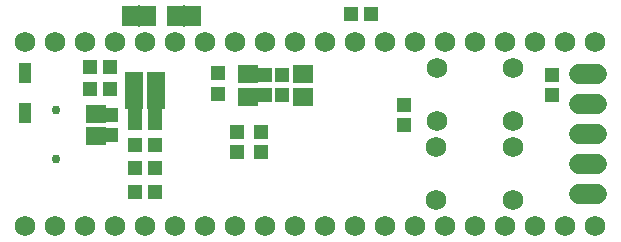
<source format=gbr>
G04 EAGLE Gerber RS-274X export*
G75*
%MOMM*%
%FSLAX34Y34*%
%LPD*%
%INSoldermask Bottom*%
%IPPOS*%
%AMOC8*
5,1,8,0,0,1.08239X$1,22.5*%
G01*
%ADD10R,1.203200X1.303200*%
%ADD11R,1.703200X1.503200*%
%ADD12R,1.303200X1.203200*%
%ADD13C,1.727200*%
%ADD14R,1.503200X1.703200*%
%ADD15C,1.727200*%
%ADD16C,0.753200*%
%ADD17R,1.371600X1.803400*%
%ADD18R,0.152400X1.828800*%
%ADD19R,1.003200X1.803200*%


D10*
X-23813Y164075D03*
X-23813Y147075D03*
D11*
X-6350Y165075D03*
X-6350Y146075D03*
D10*
X-38100Y164075D03*
X-38100Y147075D03*
D11*
X-52388Y165075D03*
X-52388Y146075D03*
D10*
X-169300Y171450D03*
X-186300Y171450D03*
D12*
X-77788Y148663D03*
X-77788Y165663D03*
D10*
X-169300Y152400D03*
X-186300Y152400D03*
D12*
X79375Y138675D03*
X79375Y121675D03*
D13*
X227330Y165100D02*
X242570Y165100D01*
X242570Y139700D02*
X227330Y139700D01*
X227330Y114300D02*
X242570Y114300D01*
X242570Y88900D02*
X227330Y88900D01*
X227330Y63500D02*
X242570Y63500D01*
D12*
X-131200Y104775D03*
X-148200Y104775D03*
D14*
X-130200Y144463D03*
X-149200Y144463D03*
D10*
X204788Y164075D03*
X204788Y147075D03*
X-131200Y65088D03*
X-148200Y65088D03*
X-131200Y85725D03*
X-148200Y85725D03*
D15*
X172212Y125032D03*
X172212Y170244D03*
X107188Y125032D03*
X107188Y170244D03*
D16*
X-215213Y135050D03*
X-215213Y93550D03*
D11*
X-180975Y131738D03*
X-180975Y112738D03*
D12*
X-131200Y123825D03*
X-148200Y123825D03*
D14*
X-130200Y158750D03*
X-149200Y158750D03*
D12*
X-131200Y133350D03*
X-148200Y133350D03*
D10*
X-168275Y130738D03*
X-168275Y113738D03*
D15*
X241300Y36513D03*
X215900Y36513D03*
X190500Y36513D03*
X165100Y36513D03*
X139700Y36513D03*
X114300Y36513D03*
X88900Y36513D03*
X63500Y36513D03*
X38100Y36513D03*
X12700Y36513D03*
X-12700Y36513D03*
X-38100Y36513D03*
X-63500Y36513D03*
X-88900Y36513D03*
X-114300Y36513D03*
X-139700Y36513D03*
X-165100Y36513D03*
X-190500Y36513D03*
X-215900Y36513D03*
X-241300Y36513D03*
X-241300Y192088D03*
X-215900Y192088D03*
X-190500Y192088D03*
X-165100Y192088D03*
X-139700Y192088D03*
X-114300Y192088D03*
X-88900Y192088D03*
X-63500Y192088D03*
X-38100Y192088D03*
X-12700Y192088D03*
X12700Y192088D03*
X38100Y192088D03*
X63500Y192088D03*
X88900Y192088D03*
X114300Y192088D03*
X139700Y192088D03*
X165100Y192088D03*
X190500Y192088D03*
X215900Y192088D03*
X241300Y192088D03*
X106998Y103569D03*
X106998Y58357D03*
X172022Y103569D03*
X172022Y58357D03*
D10*
X-41275Y116450D03*
X-41275Y99450D03*
D17*
X-136843Y214313D03*
X-152083Y214313D03*
D18*
X-144463Y214313D03*
D17*
X-98743Y214313D03*
X-113983Y214313D03*
D18*
X-106363Y214313D03*
D12*
X-61913Y116450D03*
X-61913Y99450D03*
D19*
X-241300Y132225D03*
X-241300Y166225D03*
D10*
X51363Y215900D03*
X34363Y215900D03*
M02*

</source>
